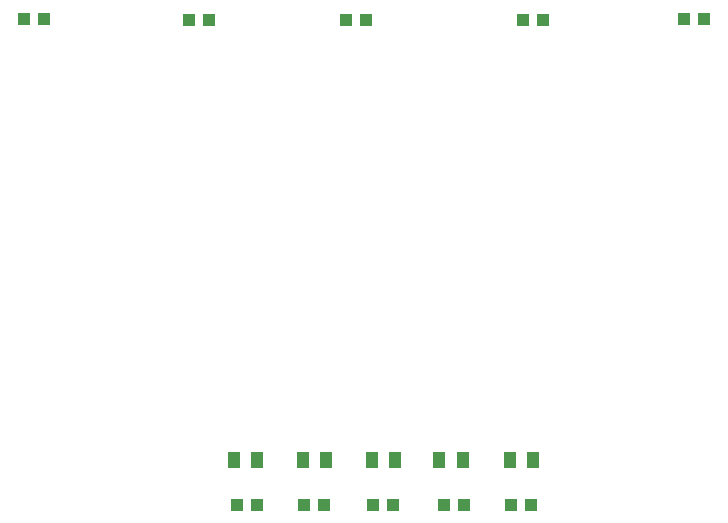
<source format=gbr>
G04 EAGLE Gerber RS-274X export*
G75*
%MOMM*%
%FSLAX34Y34*%
%LPD*%
%INSolderpaste Bottom*%
%IPPOS*%
%AMOC8*
5,1,8,0,0,1.08239X$1,22.5*%
G01*
%ADD10R,1.100000X1.000000*%
%ADD11R,1.100000X1.400000*%


D10*
X66920Y424180D03*
X49920Y424180D03*
X339970Y422910D03*
X322970Y422910D03*
X206620Y422910D03*
X189620Y422910D03*
X489830Y422910D03*
X472830Y422910D03*
X625720Y424180D03*
X608720Y424180D03*
D11*
X481170Y50800D03*
X461170Y50800D03*
X421480Y50800D03*
X401480Y50800D03*
X364330Y50800D03*
X344330Y50800D03*
X305910Y50800D03*
X285910Y50800D03*
X247490Y50800D03*
X227490Y50800D03*
D10*
X479670Y12700D03*
X462670Y12700D03*
X422520Y12700D03*
X405520Y12700D03*
X362830Y12700D03*
X345830Y12700D03*
X304410Y12700D03*
X287410Y12700D03*
X247260Y12700D03*
X230260Y12700D03*
M02*

</source>
